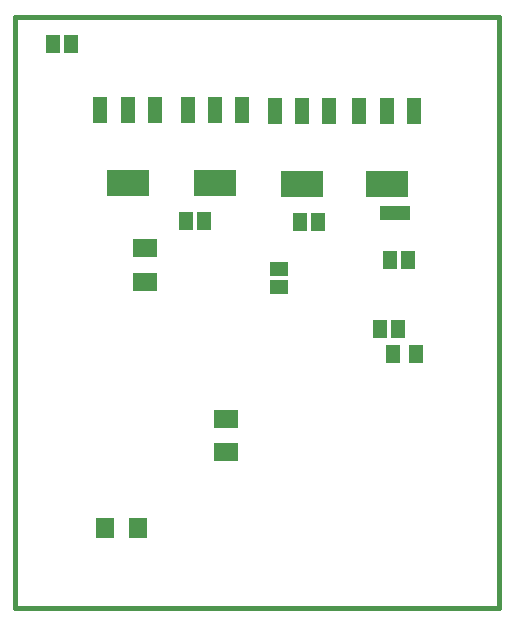
<source format=gbp>
G75*
%MOIN*%
%OFA0B0*%
%FSLAX24Y24*%
%IPPOS*%
%LPD*%
%AMOC8*
5,1,8,0,0,1.08239X$1,22.5*
%
%ADD10C,0.0160*%
%ADD11R,0.0480X0.0880*%
%ADD12R,0.1417X0.0866*%
%ADD13R,0.0787X0.0630*%
%ADD14R,0.0512X0.0591*%
%ADD15R,0.0460X0.0630*%
%ADD16R,0.1000X0.0500*%
%ADD17R,0.0630X0.0709*%
%ADD18R,0.0630X0.0460*%
D10*
X001046Y000180D02*
X017188Y000180D01*
X017188Y019865D01*
X001046Y019865D01*
X001046Y000180D01*
D11*
X006817Y016762D03*
X007727Y016762D03*
X008637Y016762D03*
X009719Y016747D03*
X010628Y016747D03*
X011538Y016747D03*
X012534Y016747D03*
X013443Y016747D03*
X014353Y016747D03*
X005719Y016778D03*
X004810Y016778D03*
X003900Y016778D03*
D12*
X004810Y014338D03*
X007727Y014322D03*
X010628Y014306D03*
X013443Y014306D03*
D13*
X008090Y006479D03*
X008090Y005377D03*
X005378Y011052D03*
X005378Y012155D03*
D14*
X013672Y008625D03*
X014420Y008625D03*
D15*
X013822Y009479D03*
X013222Y009479D03*
X013561Y011755D03*
X014161Y011755D03*
X011145Y013038D03*
X010545Y013038D03*
X007347Y013058D03*
X006747Y013058D03*
X002917Y018967D03*
X002317Y018967D03*
D16*
X013719Y013349D03*
D17*
X005156Y002830D03*
X004054Y002830D03*
D18*
X009874Y010862D03*
X009874Y011462D03*
M02*

</source>
